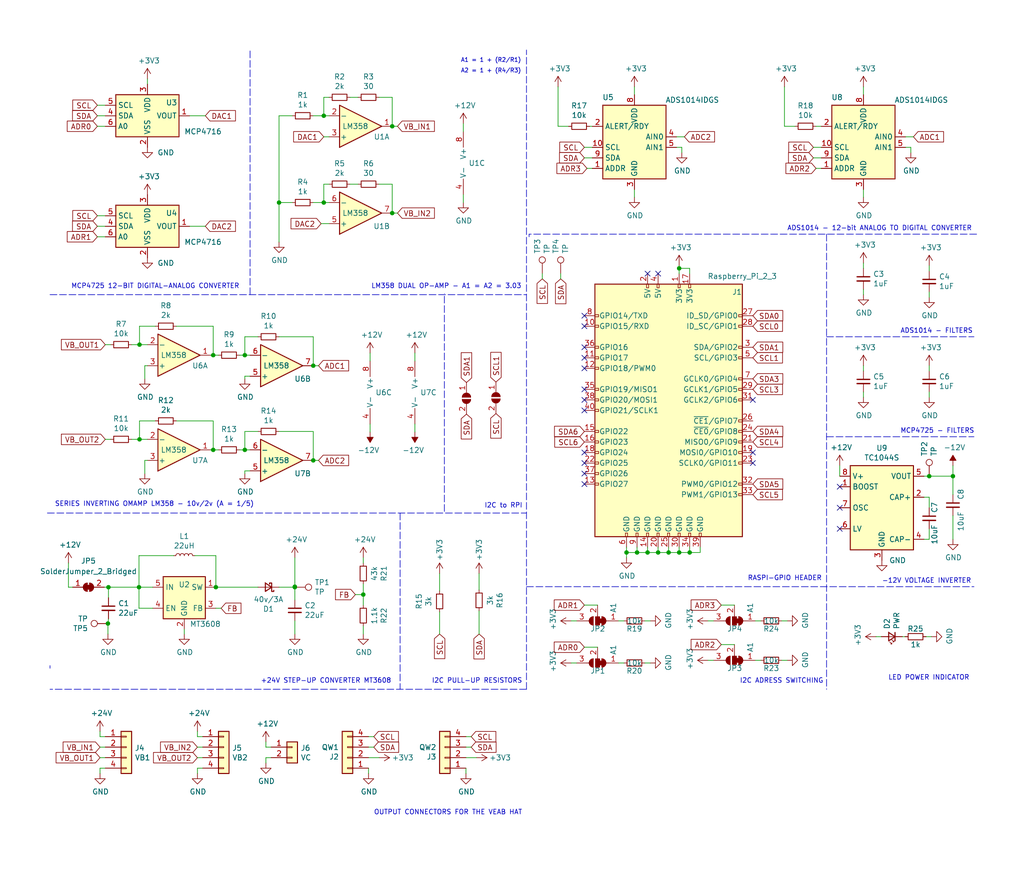
<source format=kicad_sch>
(kicad_sch (version 20211123) (generator eeschema)
  (paper "User" 247.015 210.007)
  (title_block (title "Raspberry Pi Zero - VEAB FESTO CONTROL BOARD"))
  (junction (at 71.12 141.605))
  (junction (at 67.31 48.895))
  (junction (at 94.615 51.435))
  (junction (at 78.105 27.94))
  (junction (at 156.21 133.35))
  (junction (at 153.67 133.35))
  (junction (at 71.12 141.732))
  (junction (at 59.055 108.585))
  (junction (at 51.435 85.725))
  (junction (at 94.615 30.48))
  (junction (at 224.155 114.935))
  (junction (at 158.75 133.35))
  (junction (at 166.37 133.35))
  (junction (at 52.07 141.732))
  (junction (at 26.162 141.732))
  (junction (at 151.13 133.35))
  (junction (at 229.87 114.935))
  (junction (at 161.29 133.35))
  (junction (at 33.528 141.732))
  (junction (at 163.83 64.77))
  (junction (at 33.655 83.185))
  (junction (at 163.83 133.35))
  (junction (at 51.435 108.585))
  (junction (at 75.565 111.125))
  (junction (at 75.565 88.265))
  (junction (at 59.055 85.725))
  (junction (at 78.105 48.895))
  (junction (at 33.655 106.045))
  (junction (at 87.63 143.51))
  (junction (at 26.035 150.495))
  (no_connect (at 140.97 93.98))
  (no_connect (at 140.97 76.2))
  (no_connect (at 140.97 86.36))
  (no_connect (at 202.565 117.475))
  (no_connect (at 140.97 114.3))
  (no_connect (at 181.61 96.52))
  (no_connect (at 156.21 66.04))
  (no_connect (at 202.565 127.635))
  (no_connect (at 140.97 111.76))
  (no_connect (at 202.565 122.555))
  (no_connect (at 140.97 96.52))
  (no_connect (at 140.97 116.84))
  (no_connect (at 140.97 78.74))
  (no_connect (at 158.75 66.04))
  (no_connect (at 181.61 109.22))
  (no_connect (at 140.97 83.82))
  (no_connect (at 140.97 88.9))
  (no_connect (at 140.97 99.06))
  (no_connect (at 140.97 109.22))
  (no_connect (at 181.61 111.76))
  (wire (pts (xy 161.29 133.35) (xy 163.83 133.35)))
  (wire (pts (xy 88.9 177.8) (xy 90.17 177.8)))
  (polyline (pts (xy 60.325 71.12) (xy 60.325 12.065)))
  (wire (pts (xy 141.605 40.64) (xy 142.875 40.64)))
  (wire (pts (xy 50.8 108.585) (xy 51.435 108.585)))
  (wire (pts (xy 222.885 120.015) (xy 224.155 120.015)))
  (wire (pts (xy 48.895 177.8) (xy 47.625 177.8)))
  (polyline (pts (xy 11.43 123.825) (xy 127 123.825)))
  (wire (pts (xy 78.105 48.895) (xy 79.375 48.895)))
  (wire (pts (xy 151.13 133.35) (xy 151.13 134.62)))
  (wire (pts (xy 112.395 177.8) (xy 113.665 177.8)))
  (wire (pts (xy 67.31 27.94) (xy 67.31 48.895)))
  (wire (pts (xy 23.495 27.94) (xy 25.4 27.94)))
  (wire (pts (xy 94.615 44.45) (xy 94.615 51.435)))
  (wire (pts (xy 59.055 90.805) (xy 59.055 91.44)))
  (wire (pts (xy 31.75 106.045) (xy 33.655 106.045)))
  (wire (pts (xy 150.495 149.86) (xy 149.225 149.86)))
  (wire (pts (xy 220.345 33.02) (xy 218.44 33.02)))
  (wire (pts (xy 33.528 141.732) (xy 33.528 134.112)))
  (wire (pts (xy 163.195 35.56) (xy 164.465 35.56)))
  (wire (pts (xy 111.76 48.895) (xy 111.76 46.99)))
  (wire (pts (xy 151.13 132.08) (xy 151.13 133.35)))
  (polyline (pts (xy 199.39 56.515) (xy 199.39 166.37)))
  (wire (pts (xy 202.565 114.935) (xy 202.565 112.395)))
  (wire (pts (xy 47.625 182.88) (xy 48.895 182.88)))
  (wire (pts (xy 208.28 63.5) (xy 208.28 64.77)))
  (wire (pts (xy 189.23 30.48) (xy 189.23 20.955)))
  (wire (pts (xy 166.37 133.35) (xy 166.37 132.08)))
  (wire (pts (xy 75.565 48.895) (xy 78.105 48.895)))
  (wire (pts (xy 140.97 38.1) (xy 142.875 38.1)))
  (wire (pts (xy 111.76 29.845) (xy 111.76 31.75)))
  (wire (pts (xy 163.83 64.77) (xy 163.83 66.04)))
  (wire (pts (xy 64.135 180.34) (xy 64.135 179.07)))
  (wire (pts (xy 59.055 113.665) (xy 59.055 114.3)))
  (wire (pts (xy 57.785 108.585) (xy 59.055 108.585)))
  (wire (pts (xy 78.105 23.495) (xy 79.375 23.495)))
  (wire (pts (xy 51.435 108.585) (xy 52.705 108.585)))
  (wire (pts (xy 140.97 156.21) (xy 144.145 156.21)))
  (wire (pts (xy 24.13 177.8) (xy 24.13 176.53)))
  (wire (pts (xy 137.795 160.02) (xy 139.065 160.02)))
  (wire (pts (xy 59.055 108.585) (xy 60.325 108.585)))
  (wire (pts (xy 164.465 35.56) (xy 164.465 36.83)))
  (polyline (pts (xy 127 166.37) (xy 127 12.065)))
  (wire (pts (xy 23.495 52.07) (xy 25.4 52.07)))
  (wire (pts (xy 23.495 54.61) (xy 25.4 54.61)))
  (wire (pts (xy 42.545 78.74) (xy 51.435 78.74)))
  (wire (pts (xy 67.31 104.14) (xy 75.565 104.14)))
  (wire (pts (xy 33.528 146.812) (xy 33.528 141.732)))
  (wire (pts (xy 52.07 141.732) (xy 52.07 134.112)))
  (wire (pts (xy 153.67 133.35) (xy 156.21 133.35)))
  (polyline (pts (xy 199.39 81.28) (xy 234.95 81.28)))
  (wire (pts (xy 76.835 88.265) (xy 75.565 88.265)))
  (wire (pts (xy 166.37 64.77) (xy 163.83 64.77)))
  (wire (pts (xy 78.105 44.45) (xy 79.375 44.45)))
  (wire (pts (xy 153.67 133.35) (xy 151.13 133.35)))
  (polyline (pts (xy 127.635 56.515) (xy 127.635 57.15)))
  (wire (pts (xy 25.4 83.185) (xy 26.67 83.185)))
  (polyline (pts (xy 12.065 160.655) (xy 12.065 161.29)))
  (wire (pts (xy 158.75 133.35) (xy 158.75 132.08)))
  (wire (pts (xy 49.53 54.61) (xy 45.72 54.61)))
  (wire (pts (xy 224.155 130.175) (xy 224.155 127.635)))
  (wire (pts (xy 155.575 160.02) (xy 156.845 160.02)))
  (wire (pts (xy 158.75 133.35) (xy 161.29 133.35)))
  (wire (pts (xy 67.31 27.94) (xy 70.485 27.94)))
  (wire (pts (xy 78.105 23.495) (xy 78.105 27.94)))
  (wire (pts (xy 196.215 38.1) (xy 198.12 38.1)))
  (wire (pts (xy 208.28 69.85) (xy 208.28 71.12)))
  (wire (pts (xy 67.31 58.42) (xy 67.31 48.895)))
  (wire (pts (xy 217.678 153.67) (xy 218.313 153.67)))
  (wire (pts (xy 71.12 144.78) (xy 71.12 141.732)))
  (wire (pts (xy 57.785 85.725) (xy 59.055 85.725)))
  (wire (pts (xy 62.23 141.732) (xy 52.07 141.732)))
  (wire (pts (xy 208.28 47.625) (xy 208.28 45.72)))
  (wire (pts (xy 218.44 35.56) (xy 219.71 35.56)))
  (wire (pts (xy 87.63 153.035) (xy 87.63 151.13)))
  (wire (pts (xy 70.485 48.895) (xy 67.31 48.895)))
  (wire (pts (xy 24.13 182.88) (xy 25.4 182.88)))
  (wire (pts (xy 35.56 19.05) (xy 35.56 20.32)))
  (wire (pts (xy 106.045 153.035) (xy 106.045 147.701)))
  (wire (pts (xy 115.57 153.035) (xy 115.57 147.447)))
  (wire (pts (xy 34.925 88.265) (xy 35.56 88.265)))
  (wire (pts (xy 49.53 27.94) (xy 45.72 27.94)))
  (wire (pts (xy 44.45 151.892) (xy 44.45 153.035)))
  (wire (pts (xy 26.162 141.732) (xy 26.162 144.272)))
  (wire (pts (xy 87.63 143.51) (xy 87.63 140.97)))
  (wire (pts (xy 153.67 132.08) (xy 153.67 133.35)))
  (wire (pts (xy 89.281 104.267) (xy 89.281 102.362)))
  (wire (pts (xy 26.035 150.495) (xy 26.162 149.352)))
  (wire (pts (xy 33.528 141.732) (xy 36.83 141.732)))
  (wire (pts (xy 17.526 141.732) (xy 16.51 141.732)))
  (wire (pts (xy 25.4 185.42) (xy 24.13 185.42)))
  (polyline (pts (xy 235.585 56.515) (xy 127.635 56.515)))
  (wire (pts (xy 24.13 185.42) (xy 24.13 186.69)))
  (wire (pts (xy 37.465 78.74) (xy 33.655 78.74)))
  (wire (pts (xy 208.28 94.615) (xy 208.28 95.885)))
  (wire (pts (xy 112.395 185.42) (xy 112.395 186.69)))
  (polyline (pts (xy 96.52 123.825) (xy 96.52 166.37)))
  (wire (pts (xy 65.405 182.88) (xy 64.135 182.88)))
  (wire (pts (xy 224.155 120.015) (xy 224.155 122.555)))
  (wire (pts (xy 64.135 182.88) (xy 64.135 184.15)))
  (wire (pts (xy 156.21 133.35) (xy 156.21 132.08)))
  (polyline (pts (xy 127 166.37) (xy 12.065 166.37)))
  (wire (pts (xy 183.515 149.86) (xy 182.245 149.86)))
  (wire (pts (xy 78.105 27.94) (xy 79.375 27.94)))
  (wire (pts (xy 163.83 133.35) (xy 166.37 133.35)))
  (wire (pts (xy 59.055 104.14) (xy 59.055 108.585)))
  (wire (pts (xy 91.44 182.88) (xy 88.9 182.88)))
  (wire (pts (xy 168.91 133.35) (xy 168.91 132.08)))
  (wire (pts (xy 26.162 141.732) (xy 33.528 141.732)))
  (wire (pts (xy 91.44 23.495) (xy 94.615 23.495)))
  (wire (pts (xy 33.655 83.185) (xy 35.56 83.185)))
  (polyline (pts (xy 107.188 123.444) (xy 107.188 70.866)))
  (polyline (pts (xy 127 141.605) (xy 234.95 141.605)))
  (wire (pts (xy 42.545 101.6) (xy 51.435 101.6)))
  (wire (pts (xy 170.815 159.385) (xy 172.085 159.385)))
  (wire (pts (xy 229.87 114.935) (xy 229.87 112.395)))
  (wire (pts (xy 31.75 83.185) (xy 33.655 83.185)))
  (wire (pts (xy 59.055 85.725) (xy 60.325 85.725)))
  (wire (pts (xy 188.595 159.385) (xy 189.865 159.385)))
  (wire (pts (xy 52.07 134.112) (xy 46.99 134.112)))
  (wire (pts (xy 51.435 101.6) (xy 51.435 108.585)))
  (wire (pts (xy 100.076 104.267) (xy 100.076 102.362)))
  (wire (pts (xy 196.85 40.64) (xy 198.12 40.64)))
  (wire (pts (xy 219.71 35.56) (xy 219.71 36.83)))
  (polyline (pts (xy 12.065 71.12) (xy 127 71.12)))
  (wire (pts (xy 50.8 85.725) (xy 51.435 85.725)))
  (wire (pts (xy 25.4 106.045) (xy 26.67 106.045)))
  (wire (pts (xy 170.815 149.86) (xy 172.085 149.86)))
  (wire (pts (xy 222.885 130.175) (xy 224.155 130.175)))
  (polyline (pts (xy 199.39 105.41) (xy 234.95 105.41)))
  (wire (pts (xy 59.055 81.28) (xy 59.055 85.725)))
  (wire (pts (xy 196.85 30.48) (xy 198.12 30.48)))
  (wire (pts (xy 33.528 134.112) (xy 41.91 134.112)))
  (wire (pts (xy 153.035 20.955) (xy 153.035 22.86)))
  (wire (pts (xy 75.565 104.14) (xy 75.565 111.125)))
  (wire (pts (xy 87.63 134.62) (xy 87.63 135.89)))
  (wire (pts (xy 137.795 149.86) (xy 139.065 149.86)))
  (wire (pts (xy 47.625 180.34) (xy 48.895 180.34)))
  (wire (pts (xy 94.615 30.48) (xy 95.885 30.48)))
  (wire (pts (xy 16.51 135.89) (xy 16.51 141.732)))
  (wire (pts (xy 208.28 20.955) (xy 208.28 22.86)))
  (wire (pts (xy 71.12 141.732) (xy 71.12 141.605)))
  (wire (pts (xy 165.1 33.02) (xy 163.195 33.02)))
  (wire (pts (xy 222.885 114.935) (xy 224.155 114.935)))
  (wire (pts (xy 34.925 111.125) (xy 34.925 114.3)))
  (wire (pts (xy 78.105 33.02) (xy 79.375 33.02)))
  (wire (pts (xy 84.455 44.45) (xy 86.36 44.45)))
  (wire (pts (xy 91.44 44.45) (xy 94.615 44.45)))
  (wire (pts (xy 191.77 30.48) (xy 189.23 30.48)))
  (wire (pts (xy 24.13 180.34) (xy 25.4 180.34)))
  (wire (pts (xy 163.83 133.35) (xy 163.83 132.08)))
  (wire (pts (xy 84.455 23.495) (xy 86.36 23.495)))
  (wire (pts (xy 211.328 153.67) (xy 212.598 153.67)))
  (wire (pts (xy 196.215 35.56) (xy 198.12 35.56)))
  (wire (pts (xy 62.23 81.28) (xy 59.055 81.28)))
  (wire (pts (xy 155.575 149.86) (xy 156.845 149.86)))
  (wire (pts (xy 85.725 143.51) (xy 87.63 143.51)))
  (wire (pts (xy 229.87 124.46) (xy 229.87 130.175)))
  (wire (pts (xy 134.62 30.48) (xy 134.62 20.955)))
  (wire (pts (xy 67.31 81.28) (xy 75.565 81.28)))
  (wire (pts (xy 25.4 177.8) (xy 24.13 177.8)))
  (wire (pts (xy 223.393 153.67) (xy 224.663 153.67)))
  (wire (pts (xy 173.99 155.575) (xy 177.165 155.575)))
  (wire (pts (xy 47.625 185.42) (xy 47.625 186.69)))
  (wire (pts (xy 75.565 81.28) (xy 75.565 88.265)))
  (wire (pts (xy 224.155 94.615) (xy 224.155 95.885)))
  (wire (pts (xy 51.435 78.74) (xy 51.435 85.725)))
  (wire (pts (xy 94.615 23.495) (xy 94.615 30.48)))
  (wire (pts (xy 76.835 111.125) (xy 75.565 111.125)))
  (wire (pts (xy 224.155 88.265) (xy 224.155 89.535)))
  (wire (pts (xy 25.146 141.732) (xy 26.162 141.732)))
  (wire (pts (xy 62.23 104.14) (xy 59.055 104.14)))
  (wire (pts (xy 183.515 159.385) (xy 182.245 159.385)))
  (wire (pts (xy 65.405 180.34) (xy 64.135 180.34)))
  (wire (pts (xy 37.465 101.6) (xy 33.655 101.6)))
  (wire (pts (xy 88.9 185.42) (xy 88.9 186.69)))
  (wire (pts (xy 113.665 180.34) (xy 112.395 180.34)))
  (wire (pts (xy 114.935 182.88) (xy 112.395 182.88)))
  (wire (pts (xy 33.655 101.6) (xy 33.655 106.045)))
  (wire (pts (xy 224.155 70.485) (xy 224.155 71.755)))
  (wire (pts (xy 26.035 153.035) (xy 26.035 150.495)))
  (wire (pts (xy 71.12 141.605) (xy 71.12 134.62)))
  (wire (pts (xy 188.595 149.86) (xy 189.865 149.86)))
  (wire (pts (xy 71.12 153.035) (xy 71.12 149.86)))
  (wire (pts (xy 224.155 114.935) (xy 229.87 114.935)))
  (wire (pts (xy 47.625 177.8) (xy 47.625 176.53)))
  (wire (pts (xy 166.37 66.04) (xy 166.37 64.77)))
  (wire (pts (xy 33.655 106.045) (xy 35.56 106.045)))
  (wire (pts (xy 137.16 30.48) (xy 134.62 30.48)))
  (wire (pts (xy 140.97 146.05) (xy 144.145 146.05)))
  (wire (pts (xy 23.495 57.15) (xy 25.4 57.15)))
  (wire (pts (xy 77.47 53.975) (xy 79.375 53.975)))
  (wire (pts (xy 150.495 160.02) (xy 149.225 160.02)))
  (wire (pts (xy 224.155 64.135) (xy 224.155 65.405)))
  (wire (pts (xy 90.17 180.34) (xy 88.9 180.34)))
  (wire (pts (xy 89.281 85.217) (xy 89.281 87.122)))
  (wire (pts (xy 67.31 141.732) (xy 71.12 141.732)))
  (wire (pts (xy 153.035 47.625) (xy 153.035 45.72)))
  (wire (pts (xy 75.565 27.94) (xy 78.105 27.94)))
  (wire (pts (xy 130.81 67.31) (xy 130.81 66.04)))
  (wire (pts (xy 60.325 113.665) (xy 59.055 113.665)))
  (wire (pts (xy 51.435 85.725) (xy 52.705 85.725)))
  (wire (pts (xy 106.045 138.43) (xy 106.045 142.621)))
  (wire (pts (xy 34.925 111.125) (xy 35.56 111.125)))
  (wire (pts (xy 208.28 88.265) (xy 208.28 89.535)))
  (wire (pts (xy 23.495 30.48) (xy 25.4 30.48)))
  (wire (pts (xy 34.925 88.265) (xy 34.925 91.44)))
  (wire (pts (xy 60.325 90.805) (xy 59.055 90.805)))
  (wire (pts (xy 163.83 64.135) (xy 163.83 64.77)))
  (wire (pts (xy 78.105 44.45) (xy 78.105 48.895)))
  (wire (pts (xy 156.21 133.35) (xy 158.75 133.35)))
  (wire (pts (xy 36.83 146.812) (xy 33.528 146.812)))
  (wire (pts (xy 115.57 138.43) (xy 115.57 142.367)))
  (wire (pts (xy 142.24 30.48) (xy 142.875 30.48)))
  (wire (pts (xy 87.63 143.51) (xy 87.63 146.05)))
  (wire (pts (xy 95.885 51.435) (xy 94.615 51.435)))
  (wire (pts (xy 33.655 78.74) (xy 33.655 83.185)))
  (wire (pts (xy 135.255 67.31) (xy 135.255 66.04)))
  (wire (pts (xy 23.495 25.4) (xy 25.4 25.4)))
  (wire (pts (xy 52.07 146.812) (xy 53.34 146.812)))
  (wire (pts (xy 48.895 185.42) (xy 47.625 185.42)))
  (wire (pts (xy 161.29 133.35) (xy 161.29 132.08)))
  (wire (pts (xy 173.99 146.05) (xy 177.165 146.05)))
  (wire (pts (xy 140.97 35.56) (xy 142.875 35.56)))
  (wire (pts (xy 229.87 114.935) (xy 229.87 119.38)))
  (wire (pts (xy 166.37 133.35) (xy 168.91 133.35)))
  (wire (pts (xy 100.076 85.217) (xy 100.076 87.122)))
  (text "ADS1014 - FILTERS" (at 217.17 80.645 0) (effects (font (size 1.143 1.143)) (justify left bottom)))
  (text "LM358 DUAL OP-AMP - A1 = A2 = 3.03" (at 89.535 69.85 0) (effects (font (size 1.143 1.143)) (justify left bottom)))
  (text "A2 = 1 + (R4/R3)" (at 111.125 17.78 0) (effects (font (size 0.9906 0.9906)) (justify left bottom)))
  (text "LED POWER INDICATOR" (at 214.249 164.338 0) (effects (font (size 1.143 1.143)) (justify left bottom)))
  (text "-12V VOLTAGE INVERTER" (at 212.725 140.97 0) (effects (font (size 1.143 1.143)) (justify left bottom)))
  (text "MCP4725 12-BIT DIGITAL-ANALOG CONVERTER" (at 17.145 69.85 0) (effects (font (size 1.143 1.143)) (justify left bottom)))
  (text "MCP4725 - FILTERS" (at 217.17 104.775 0) (effects (font (size 1.143 1.143)) (justify left bottom)))
  (text "OUTPUT CONNECTORS FOR THE VEAB HAT" (at 90.17 196.85 0) (effects (font (size 1.143 1.143)) (justify left bottom)))
  (text "RASPI-GPIO HEADER" (at 180.34 140.335 0) (effects (font (size 1.143 1.143)) (justify left bottom)))
  (text "I2C PULL-UP RESISTORS" (at 104.14 165.1 0) (effects (font (size 1.143 1.143)) (justify left bottom)))
  (text "+24V STEP-UP CONVERTER MT3608" (at 62.865 165.1 0) (effects (font (size 1.143 1.143)) (justify left bottom)))
  (text "ADS1014 - 12-bit ANALOG TO DIGITAL CONVERTER" (at 189.865 55.88 0) (effects (font (size 1.143 1.143)) (justify left bottom)))
  (text "SERIES INVERTING OMAMP LM358 - 10v/2v (A = 1/5)" (at 13.208 122.428 0) (effects (font (size 1.143 1.143)) (justify left bottom)))
  (text "I2C ADRESS SWITCHING" (at 178.435 165.1 0) (effects (font (size 1.143 1.143)) (justify left bottom)))
  (text "I2C to RPI" (at 116.84 122.809 0) (effects (font (size 1.143 1.143)) (justify left bottom)))
  (text "A1 = 1 + (R2/R1)" (at 111.125 15.24 0) (effects (font (size 0.9906 0.9906)) (justify left bottom)))
  (global_label "ADC1" (shape input) (at 220.345 33.02 0) (property "Intersheet References" "${INTERSHEET_REFS}" (effects hide)))
  (global_label "SCL" (shape input) (at 106.045 153.035 270) (property "Intersheet References" "${INTERSHEET_REFS}" (effects hide)))
  (global_label "DAC1" (shape input) (at 49.53 27.94 0) (property "Intersheet References" "${INTERSHEET_REFS}" (effects hide)))
  (global_label "SDA5" (shape input) (at 181.61 116.84 0) (property "Intersheet References" "${INTERSHEET_REFS}" (effects hide)))
  (global_label "SCL" (shape input) (at 119.634 99.822 270) (property "Intersheet References" "${INTERSHEET_REFS}" (effects hide)))
  (global_label "VB_IN1" (shape input) (at 24.13 180.34 180) (property "Intersheet References" "${INTERSHEET_REFS}" (effects hide)))
  (global_label "SDA1" (shape input) (at 181.61 83.82 0) (property "Intersheet References" "${INTERSHEET_REFS}" (effects hide)))
  (global_label "FB" (shape input) (at 85.725 143.51 180) (property "Intersheet References" "${INTERSHEET_REFS}" (effects hide)))
  (global_label "SDA" (shape input) (at 23.495 27.94 180) (property "Intersheet References" "${INTERSHEET_REFS}" (effects hide)))
  (global_label "SDA6" (shape input) (at 140.97 104.14 180) (property "Intersheet References" "${INTERSHEET_REFS}" (effects hide)))
  (global_label "SCL" (shape input) (at 196.215 35.56 180) (property "Intersheet References" "${INTERSHEET_REFS}" (effects hide)))
  (global_label "SCL" (shape input) (at 130.81 67.31 270) (property "Intersheet References" "${INTERSHEET_REFS}" (effects hide)))
  (global_label "ADC2" (shape input) (at 76.835 111.125 0) (property "Intersheet References" "${INTERSHEET_REFS}" (effects hide)))
  (global_label "VB_OUT1" (shape input) (at 24.13 182.88 180) (property "Intersheet References" "${INTERSHEET_REFS}" (effects hide)))
  (global_label "SDA" (shape input) (at 113.665 180.34 0) (property "Intersheet References" "${INTERSHEET_REFS}" (effects hide)))
  (global_label "VB_OUT2" (shape input) (at 25.4 106.045 180) (property "Intersheet References" "${INTERSHEET_REFS}" (effects hide)))
  (global_label "SCL" (shape input) (at 23.495 52.07 180) (property "Intersheet References" "${INTERSHEET_REFS}" (effects hide)))
  (global_label "SDA" (shape input) (at 90.17 180.34 0) (property "Intersheet References" "${INTERSHEET_REFS}" (effects hide)))
  (global_label "ADC1" (shape input) (at 76.835 88.265 0) (property "Intersheet References" "${INTERSHEET_REFS}" (effects hide)))
  (global_label "ADR1" (shape input) (at 140.97 146.05 180) (property "Intersheet References" "${INTERSHEET_REFS}" (effects hide)))
  (global_label "SCL" (shape input) (at 113.665 177.8 0) (property "Intersheet References" "${INTERSHEET_REFS}" (effects hide)))
  (global_label "VB_OUT2" (shape input) (at 47.625 182.88 180) (property "Intersheet References" "${INTERSHEET_REFS}" (effects hide)))
  (global_label "SCL1" (shape input) (at 181.61 86.36 0) (property "Intersheet References" "${INTERSHEET_REFS}" (effects hide)))
  (global_label "SCL" (shape input) (at 90.17 177.8 0) (property "Intersheet References" "${INTERSHEET_REFS}" (effects hide)))
  (global_label "ADR3" (shape input) (at 141.605 40.64 180) (property "Intersheet References" "${INTERSHEET_REFS}" (effects hide)))
  (global_label "DAC2" (shape input) (at 77.47 53.975 180) (property "Intersheet References" "${INTERSHEET_REFS}" (effects hide)))
  (global_label "SCL6" (shape input) (at 140.97 106.68 180) (property "Intersheet References" "${INTERSHEET_REFS}" (effects hide)))
  (global_label "VB_IN2" (shape input) (at 47.625 180.34 180) (property "Intersheet References" "${INTERSHEET_REFS}" (effects hide)))
  (global_label "SCL3" (shape input) (at 181.61 93.98 0) (property "Intersheet References" "${INTERSHEET_REFS}" (effects hide)))
  (global_label "SCL" (shape input) (at 140.97 35.56 180) (property "Intersheet References" "${INTERSHEET_REFS}" (effects hide)))
  (global_label "ADR0" (shape input) (at 23.495 30.48 180) (property "Intersheet References" "${INTERSHEET_REFS}" (effects hide)))
  (global_label "ADC2" (shape input) (at 165.1 33.02 0) (property "Intersheet References" "${INTERSHEET_REFS}" (effects hide)))
  (global_label "SCL1" (shape input) (at 119.634 92.202 90) (property "Intersheet References" "${INTERSHEET_REFS}" (effects hide)))
  (global_label "SDA" (shape input) (at 112.522 99.949 270) (property "Intersheet References" "${INTERSHEET_REFS}" (effects hide)))
  (global_label "SDA3" (shape input) (at 181.61 91.44 0) (property "Intersheet References" "${INTERSHEET_REFS}" (effects hide)))
  (global_label "VB_IN2" (shape input) (at 95.885 51.435 0) (property "Intersheet References" "${INTERSHEET_REFS}" (effects hide)))
  (global_label "FB" (shape input) (at 53.34 146.812 0) (property "Intersheet References" "${INTERSHEET_REFS}" (effects hide)))
  (global_label "ADR0" (shape input) (at 140.97 156.21 180) (property "Intersheet References" "${INTERSHEET_REFS}" (effects hide)))
  (global_label "ADR3" (shape input) (at 173.99 146.05 180) (property "Intersheet References" "${INTERSHEET_REFS}" (effects hide)))
  (global_label "SCL4" (shape input) (at 181.61 106.68 0) (property "Intersheet References" "${INTERSHEET_REFS}" (effects hide)))
  (global_label "ADR1" (shape input) (at 23.495 57.15 180) (property "Intersheet References" "${INTERSHEET_REFS}" (effects hide)))
  (global_label "SDA" (shape input) (at 115.57 153.035 270) (property "Intersheet References" "${INTERSHEET_REFS}" (effects hide)))
  (global_label "SDA0" (shape input) (at 181.61 76.2 0) (property "Intersheet References" "${INTERSHEET_REFS}" (effects hide)))
  (global_label "DAC2" (shape input) (at 49.53 54.61 0) (property "Intersheet References" "${INTERSHEET_REFS}" (effects hide)))
  (global_label "VB_OUT1" (shape input) (at 25.4 83.185 180) (property "Intersheet References" "${INTERSHEET_REFS}" (effects hide)))
  (global_label "VB_IN1" (shape input) (at 95.885 30.48 0) (property "Intersheet References" "${INTERSHEET_REFS}" (effects hide)))
  (global_label "SCL5" (shape input) (at 181.61 119.38 0) (property "Intersheet References" "${INTERSHEET_REFS}" (effects hide)))
  (global_label "ADR2" (shape input) (at 196.85 40.64 180) (property "Intersheet References" "${INTERSHEET_REFS}" (effects hide)))
  (global_label "SCL0" (shape input) (at 181.61 78.74 0) (property "Intersheet References" "${INTERSHEET_REFS}" (effects hide)))
  (global_label "SDA" (shape input) (at 135.255 67.31 270) (property "Intersheet References" "${INTERSHEET_REFS}" (effects hide)))
  (global_label "SDA4" (shape input) (at 181.61 104.14 0) (property "Intersheet References" "${INTERSHEET_REFS}" (effects hide)))
  (global_label "SDA1" (shape input) (at 112.522 92.329 90) (property "Intersheet References" "${INTERSHEET_REFS}" (effects hide)))
  (global_label "SDA" (shape input) (at 196.215 38.1 180) (property "Intersheet References" "${INTERSHEET_REFS}" (effects hide)))
  (global_label "ADR2" (shape input) (at 173.99 155.575 180) (property "Intersheet References" "${INTERSHEET_REFS}" (effects hide)))
  (global_label "DAC1" (shape input) (at 78.105 33.02 180) (property "Intersheet References" "${INTERSHEET_REFS}" (effects hide)))
  (global_label "SCL" (shape input) (at 23.495 25.4 180) (property "Intersheet References" "${INTERSHEET_REFS}" (effects hide)))
  (global_label "SDA" (shape input) (at 23.495 54.61 180) (property "Intersheet References" "${INTERSHEET_REFS}" (effects hide)))
  (global_label "SDA" (shape input) (at 140.97 38.1 180) (property "Intersheet References" "${INTERSHEET_REFS}" (effects hide)))
  (symbol (lib_id "Amplifier_Operational:LM358") (at 86.995 30.48 0) (mirror x) (unit 1)
    (property "Reference" "U1" (at 92.075 33.02 0))
    (property "Value" "LM358" (at 85.725 30.48 0))
    (property "Footprint" "Package_SO:SOIC-8-1EP_3.9x4.9mm_P1.27mm_EP2.41x3.3mm" (effects hide))
    (property "Datasheet" "http://www.ti.com/lit/ds/symlink/lm2904-n.pdf" (effects hide))
    (property "LCSC Part #" "C7950" (effects hide))
    (property "LCSC" "C7950" (effects hide))
  )
  (symbol (lib_id "Amplifier_Operational:LM358") (at 86.995 51.435 0) (mirror x) (unit 2)
    (property "Reference" "U1" (at 92.075 54.61 0))
    (property "Value" "LM358" (at 85.725 51.435 0))
    (property "Footprint" "Package_SO:SOIC-8-1EP_3.9x4.9mm_P1.27mm_EP2.41x3.3mm" (effects hide))
    (property "Datasheet" "http://www.ti.com/lit/ds/symlink/lm2904-n.pdf" (effects hide))
    (property "LCSC Part #" "C7950" (effects hide))
    (property "LCSC" "C7950" (effects hide))
  )
  (symbol (lib_id "Amplifier_Operational:LM358") (at 114.3 39.37 0) (unit 3)
    (property "Reference" "U1" (at 113.03 39.37 0) (effects (justify left)))
    (property "Value" "LM358" (effects hide))
    (property "Footprint" "Package_SO:SOIC-8-1EP_3.9x4.9mm_P1.27mm_EP2.41x3.3mm" (effects hide))
    (property "Datasheet" "http://www.ti.com/lit/ds/symlink/lm2904-n.pdf" (effects hide))
    (property "LCSC Part #" "C7950" (effects hide))
    (property "LCSC" "C7950" (effects hide))
  )
  (symbol (lib_id "power:GND") (at 111.76 48.895 0) (unit 1)
    (property "Reference" "#PWR02" (effects hide))
    (property "Value" "GND" (at 111.887 53.2892 0))
  )
  (symbol (lib_id "power:+12V") (at 111.76 29.845 0) (unit 1)
    (property "Reference" "#PWR01" (effects hide))
    (property "Value" "+12V" (at 112.141 25.4508 0))
  )
  (symbol (lib_id "Device:R_Small") (at 73.025 27.94 270) (unit 1)
    (property "Reference" "R1" (at 73.025 22.9616 90))
    (property "Value" "1k" (at 73.025 25.273 90))
    (property "Footprint" "Resistor_SMD:R_0603_1608Metric" (effects hide))
    (property "LCSC Part #" "C21190" (effects hide))
    (property "LCSC" "C21190" (effects hide))
  )
  (symbol (lib_id "Device:R_Small") (at 81.915 23.495 90) (unit 1)
    (property "Reference" "R2" (at 81.915 18.5166 90))
    (property "Value" "2k" (at 81.915 20.828 90))
    (property "Footprint" "Resistor_SMD:R_0603_1608Metric" (effects hide))
    (property "LCSC Part #" "C22975" (effects hide))
    (property "LCSC" "C22975" (effects hide))
  )
  (symbol (lib_id "power:GND") (at 67.31 58.42 0) (unit 1)
    (property "Reference" "#PWR03" (effects hide))
    (property "Value" "GND" (at 67.437 62.8142 0))
  )
  (symbol (lib_id "Device:R_Small") (at 139.7 30.48 270) (unit 1)
    (property "Reference" "R17" (at 139.7 25.5016 90))
    (property "Value" "10k" (at 139.7 27.813 90))
    (property "Footprint" "Resistor_SMD:R_0603_1608Metric" (effects hide))
    (property "LCSC Part #" "C25804" (effects hide))
    (property "LCSC" "C25804" (effects hide))
  )
  (symbol (lib_id "Device:R_Small") (at 29.21 83.185 90) (unit 1)
    (property "Reference" "R7" (at 29.21 78.2066 90))
    (property "Value" "10k" (at 29.21 80.518 90))
    (property "Footprint" "Resistor_SMD:R_0603_1608Metric" (effects hide))
    (property "LCSC Part #" "C4211" (effects hide))
    (property "LCSC" "C4211" (effects hide))
  )
  (symbol (lib_id "Regulator_SwitchedCapacitor:LTC1044") (at 212.725 122.555 0) (unit 1)
    (property "Reference" "U9" (at 212.725 108.1532 0))
    (property "Value" "TC1044S" (at 212.725 110.4646 0))
    (property "Footprint" "Package_SO:SOIC-8_3.9x4.9mm_P1.27mm" (effects hide))
    (property "Datasheet" "https://www.analog.com/media/en/technical-documentation/data-sheets/lt1044.pdf" (effects hide))
    (property "LCSC Part #" "C7881" (effects hide))
    (property "LCSC" "C7881" (effects hide))
  )
  (symbol (lib_id "Device:R_Small") (at 55.245 85.725 270) (unit 1)
    (property "Reference" "R9" (at 55.245 80.7466 90))
    (property "Value" "1k" (at 55.245 83.058 90))
    (property "Footprint" "Resistor_SMD:R_0603_1608Metric" (effects hide))
    (property "LCSC Part #" "C21190" (effects hide))
    (property "LCSC" "C21190" (effects hide))
  )
  (symbol (lib_id "Device:C_Small") (at 224.155 125.095 0) (unit 1)
    (property "Reference" "C7" (at 225.425 123.825 90) (effects (justify left)))
    (property "Value" "10uF" (at 225.425 131.445 90) (effects (justify left)))
    (property "Footprint" "Capacitor_SMD:C_0805_2012Metric" (effects hide))
    (property "LCSC Part #" "C15850" (effects hide))
    (property "LCSC" "C15850" (effects hide))
  )
  (symbol (lib_id "power:GND") (at 189.865 159.385 90) (unit 1)
    (property "Reference" "#PWR025" (effects hide))
    (property "Value" "GND" (at 194.2592 159.258 0))
  )
  (symbol (lib_id "Raspberry-Pi-Zero-W-rescue:SolderJumper_3_Bridged12-Jumper") (at 177.165 159.385 180) (unit 1)
    (property "Reference" "JP3" (at 179.07 161.29 0) (effects (justify left)))
    (property "Value" "A1" (at 180.975 154.94 90) (effects (justify left)))
    (property "Footprint" "Jumper:SolderJumper-3_P1.3mm_Bridged12_Pad1.0x1.5mm" (effects hide))
  )
  (symbol (lib_id "Device:R_Small") (at 186.055 159.385 270) (unit 1)
    (property "Reference" "R23" (at 186.055 161.29 90))
    (property "Value" "10k" (at 186.055 159.385 90))
    (property "Footprint" "Resistor_SMD:R_0603_1608Metric" (effects hide))
    (property "LCSC Part #" "C25804" (effects hide))
    (property "LCSC" "C25804" (effects hide))
  )
  (symbol (lib_id "power:+3.3V") (at 170.815 159.385 90) (unit 1)
    (property "Reference" "#PWR024" (effects hide))
    (property "Value" "+3.3V" (at 166.4208 159.004 0))
  )
  (symbol (lib_id "power:GND") (at 189.865 149.86 90) (unit 1)
    (property "Reference" "#PWR028" (effects hide))
    (property "Value" "GND" (at 194.2592 149.733 0))
  )
  (symbol (lib_id "Raspberry-Pi-Zero-W-rescue:SolderJumper_3_Bridged12-Jumper") (at 177.165 149.86 180) (unit 1)
    (property "Reference" "JP4" (at 179.07 151.765 0) (effects (justify left)))
    (property "Value" "A1" (at 180.975 145.415 90) (effects (justify left)))
    (property "Footprint" "Jumper:SolderJumper-3_P1.3mm_Bridged12_Pad1.0x1.5mm" (effects hide))
  )
  (symbol (lib_id "Device:R_Small") (at 186.055 149.86 270) (unit 1)
    (property "Reference" "R24" (at 186.055 151.765 90))
    (property "Value" "10k" (at 186.055 149.86 90))
    (property "Footprint" "Resistor_SMD:R_0603_1608Metric" (effects hide))
    (property "LCSC Part #" "C25804" (effects hide))
    (property "LCSC" "C25804" (effects hide))
  )
  (symbol (lib_id "power:+3.3V") (at 170.815 149.86 90) (unit 1)
    (property "Reference" "#PWR026" (effects hide))
    (property "Value" "+3.3V" (at 166.4208 149.479 0))
  )
  (symbol (lib_id "power:GND") (at 156.845 160.02 90) (unit 1)
    (property "Reference" "#PWR027" (effects hide))
    (property "Value" "GND" (at 161.2392 159.893 0))
  )
  (symbol (lib_id "Device:R_Small") (at 153.035 160.02 270) (unit 1)
    (property "Reference" "R20" (at 153.035 161.925 90))
    (property "Value" "10k" (at 153.035 160.02 90))
    (property "Footprint" "Resistor_SMD:R_0603_1608Metric" (effects hide))
    (property "LCSC Part #" "C25804" (effects hide))
    (property "LCSC" "C25804" (effects hide))
  )
  (symbol (lib_id "power:GND") (at 59.055 91.44 0) (unit 1)
    (property "Reference" "#PWR014" (effects hide))
    (property "Value" "GND" (at 59.182 95.8342 0))
  )
  (symbol (lib_id "Device:R_Small") (at 64.77 81.28 270) (unit 1)
    (property "Reference" "R10" (at 64.77 76.3016 90))
    (property "Value" "1k" (at 64.77 78.613 90))
    (property "Footprint" "Resistor_SMD:R_0603_1608Metric" (effects hide))
    (property "LCSC Part #" "C21190" (effects hide))
    (property "LCSC" "C21190" (effects hide))
  )
  (symbol (lib_id "Connector:TestPoint") (at 26.035 150.495 90) (unit 1)
    (property "Reference" "TP5" (at 21.2598 151.6634 90) (effects (justify left)))
    (property "Value" "TP" (at 21.2598 149.352 90) (effects (justify left)))
    (property "Footprint" "TestPoint:TestPoint_Pad_D1.0mm" (effects hide))
  )
  (symbol (lib_id "power:GND") (at 212.725 135.255 0) (unit 1)
    (property "Reference" "#PWR0135" (effects hide))
    (property "Value" "GND" (at 216.535 135.255 0))
  )
  (symbol (lib_id "Connector:TestPoint") (at 130.81 66.04 0) (unit 1)
    (property "Reference" "TP3" (at 129.6416 61.2648 90) (effects (justify left)))
    (property "Value" "TP" (at 131.953 61.2648 90) (effects (justify left)))
    (property "Footprint" "TestPoint:TestPoint_Pad_D1.0mm" (effects hide))
  )
  (symbol (lib_id "Analog_ADC:ADS1014IDGS") (at 153.035 35.56 0) (mirror y) (unit 1)
    (property "Reference" "U5" (at 146.685 23.495 0))
    (property "Value" "ADS1014IDGS" (at 167.005 24.13 0))
    (property "Footprint" "Package_SO:TSSOP-10_3x3mm_P0.5mm" (effects hide))
    (property "Datasheet" "http://www.ti.com/lit/ds/symlink/ads1015.pdf" (effects hide))
    (property "LCSC Part #" "C524815" (effects hide))
    (property "LCSC" "C524815" (effects hide))
  )
  (symbol (lib_id "power:+12V") (at 202.565 112.395 0) (unit 1)
    (property "Reference" "#PWR0136" (effects hide))
    (property "Value" "+12V" (at 202.946 108.0008 0))
  )
  (symbol (lib_id "Amplifier_Operational:LM358") (at 91.821 94.742 0) (unit 3)
    (property "Reference" "U6" (at 90.551 94.742 0) (effects (justify left)))
    (property "Value" "LM358" (effects hide))
    (property "Footprint" "Package_SO:SOIC-8-1EP_3.9x4.9mm_P1.27mm_EP2.41x3.3mm" (effects hide))
    (property "Datasheet" "http://www.ti.com/lit/ds/symlink/lm2904-n.pdf" (effects hide))
    (property "LCSC Part #" "C7950" (effects hide))
    (property "LCSC" "C7950" (effects hide))
  )
  (symbol (lib_id "power:+12V") (at 89.281 85.217 0) (unit 1)
    (property "Reference" "#PWR018" (effects hide))
    (property "Value" "+12V" (at 89.662 80.8228 0))
  )
  (symbol (lib_id "Amplifier_Operational:LM358") (at 43.18 85.725 0) (mirror x) (unit 1)
    (property "Reference" "U6" (at 48.26 88.265 0))
    (property "Value" "LM358" (at 41.91 85.725 0))
    (property "Footprint" "Package_SO:SOIC-8-1EP_3.9x4.9mm_P1.27mm_EP2.41x3.3mm" (effects hide))
    (property "Datasheet" "http://www.ti.com/lit/ds/symlink/lm2904-n.pdf" (effects hide))
    (property "LCSC Part #" "C7950" (effects hide))
    (property "LCSC" "C7950" (effects hide))
  )
  (symbol (lib_id "power:GND") (at 34.925 91.44 0) (unit 1)
    (property "Reference" "#PWR012" (effects hide))
    (property "Value" "GND" (at 35.052 95.8342 0))
  )
  (symbol (lib_id "Amplifier_Operational:LM358") (at 67.945 88.265 0) (mirror x) (unit 2)
    (property "Reference" "U6" (at 73.025 91.44 0))
    (property "Value" "LM358" (at 66.675 88.265 0))
    (property "Footprint" "Package_SO:SOIC-8-1EP_3.9x4.9mm_P1.27mm_EP2.41x3.3mm" (effects hide))
    (property "Datasheet" "http://www.ti.com/lit/ds/symlink/lm2904-n.pdf" (effects hide))
    (property "LCSC Part #" "C7950" (effects hide))
    (property "LCSC" "C7950" (effects hide))
  )
  (symbol (lib_id "Device:R_Small") (at 40.005 78.74 90) (unit 1)
    (property "Reference" "R8" (at 40.005 73.7616 90))
    (property "Value" "2k" (at 40.005 76.073 90))
    (property "Footprint" "Resistor_SMD:R_0603_1608Metric" (effects hide))
    (property "LCSC Part #" "C21190" (effects hide))
    (property "LCSC" "C21190" (effects hide))
  )
  (symbol (lib_id "power:GND") (at 35.56 62.23 0) (unit 1)
    (property "Reference" "#PWR09" (effects hide))
    (property "Value" "GND" (at 40.005 63.5 0))
  )
  (symbol (lib_id "power:+3.3V") (at 35.56 46.99 0) (unit 1)
    (property "Reference" "#PWR08" (effects hide))
    (property "Value" "+3.3V" (at 35.941 42.5958 0))
  )
  (symbol (lib_id "Analog_DAC:MCP4725xxx-xCH") (at 35.56 54.61 0) (unit 1)
    (property "Reference" "U4" (at 40.005 51.435 0) (effects (justify left)))
    (property "Value" "MCP4716" (at 44.45 58.42 0) (effects (justify left)))
    (property "Footprint" "Package_TO_SOT_SMD:SOT-23-6" (effects hide))
    (property "Datasheet" "http://ww1.microchip.com/downloads/en/DeviceDoc/22039d.pdf" (effects hide))
    (property "LCSC Part #" "C110057" (effects hide))
    (property "LCSC" "C110057" (effects hide))
  )
  (symbol (lib_id "Device:LED_Small") (at 215.138 153.67 180) (unit 1)
    (property "Reference" "D2" (at 213.9696 151.892 90) (effects (justify right)))
    (property "Value" "PWR" (at 216.281 151.892 90) (effects (justify right)))
    (property "Footprint" "LED_SMD:LED_0603_1608Metric" (effects hide))
    (property "LCSC Part #" "C72038" (effects hide))
    (property "LCSC" "C72038" (effects hide))
  )
  (symbol (lib_id "power:-12V") (at 229.87 112.395 0) (unit 1)
    (property "Reference" "#PWR0137" (effects hide))
    (property "Value" "-12V" (at 230.251 108.0008 0))
  )
  (symbol (lib_id "Analog_DAC:MCP4725xxx-xCH") (at 35.56 27.94 0) (unit 1)
    (property "Reference" "U3" (at 40.005 24.765 0) (effects (justify left)))
    (property "Value" "MCP4716" (at 44.45 31.75 0) (effects (justify left)))
    (property "Footprint" "Package_TO_SOT_SMD:SOT-23-6" (effects hide))
    (property "Datasheet" "http://ww1.microchip.com/downloads/en/DeviceDoc/22039d.pdf" (effects hide))
    (property "LCSC Part #" "C110057" (effects hide))
    (property "LCSC" "C110057" (effects hide))
  )
  (symbol (lib_id "power:+12V") (at 64.135 179.07 0) (unit 1)
    (property "Reference" "#PWR0101" (effects hide))
    (property "Value" "+12V" (at 64.516 174.6758 0))
  )
  (symbol (lib_id "Device:R_Small") (at 220.853 153.67 270) (unit 1)
    (property "Reference" "R25" (at 220.853 151.765 90))
    (property "Value" "1k" (at 220.853 155.575 90))
    (property "Footprint" "Resistor_SMD:R_0603_1608Metric" (effects hide))
    (property "LCSC Part #" "C21190" (effects hide))
    (property "LCSC" "C21190" (effects hide))
  )
  (symbol (lib_id "power:+3.3V") (at 35.56 19.05 0) (unit 1)
    (property "Reference" "#PWR0106" (effects hide))
    (property "Value" "+3.3V" (at 35.941 14.6558 0))
  )
  (symbol (lib_id "power:GND") (at 35.56 35.56 0) (unit 1)
    (property "Reference" "#PWR0105" (effects hide))
    (property "Value" "GND" (at 40.005 36.83 0))
  )
  (symbol (lib_id "Connector:TestPoint") (at 135.255 66.04 0) (unit 1)
    (property "Reference" "TP4" (at 134.0866 61.2648 90) (effects (justify left)))
    (property "Value" "TP" (at 136.398 61.2648 90) (effects (justify left)))
    (property "Footprint" "TestPoint:TestPoint_Pad_D1.0mm" (effects hide))
  )
  (symbol (lib_id "power:GND") (at 224.663 153.67 90) (unit 1)
    (property "Reference" "#PWR0134" (effects hide))
    (property "Value" "GND" (at 229.0572 153.543 0))
  )
  (symbol (lib_id "power:GND") (at 153.035 47.625 0) (unit 1)
    (property "Reference" "#PWR011" (effects hide))
    (property "Value" "GND" (at 153.162 52.0192 0))
  )
  (symbol (lib_id "power:+3.3V") (at 153.035 20.955 0) (unit 1)
    (property "Reference" "#PWR010" (effects hide))
    (property "Value" "+3.3V" (at 153.416 16.5608 0))
  )
  (symbol (lib_id "power:+3.3V") (at 211.328 153.67 90) (unit 1)
    (property "Reference" "#PWR0133" (effects hide))
    (property "Value" "+3.3V" (at 206.9338 153.289 0))
  )
  (symbol (lib_id "power:GND") (at 164.465 36.83 0) (unit 1)
    (property "Reference" "#PWR0103" (effects hide))
    (property "Value" "GND" (at 164.592 41.2242 0))
  )
  (symbol (lib_id "power:GND") (at 219.71 36.83 0) (unit 1)
    (property "Reference" "#PWR0104" (effects hide))
    (property "Value" "GND" (at 219.837 41.2242 0))
  )
  (symbol (lib_id "Device:R_Small") (at 88.9 23.495 90) (unit 1)
    (property "Reference" "R3" (at 88.9 18.5166 90))
    (property "Value" "30" (at 88.9 20.828 90))
    (property "Footprint" "Resistor_SMD:R_0603_1608Metric" (effects hide))
    (property "LCSC Part #" "C23140" (effects hide))
    (property "LCSC" "C23140" (effects hide))
  )
  (symbol (lib_id "power:+3.3V") (at 134.62 20.955 0) (unit 1)
    (property "Reference" "#PWR0107" (effects hide))
    (property "Value" "+3.3V" (at 135.001 16.5608 0))
  )
  (symbol (lib_id "Device:R_Small") (at 81.915 44.45 90) (unit 1)
    (property "Reference" "R5" (at 81.915 39.4716 90))
    (property "Value" "2k" (at 81.915 41.783 90))
    (property "Footprint" "Resistor_SMD:R_0603_1608Metric" (effects hide))
    (property "LCSC Part #" "C22975" (effects hide))
    (property "LCSC" "C22975" (effects hide))
  )
  (symbol (lib_id "Device:R_Small") (at 88.9 44.45 90) (unit 1)
    (property "Reference" "R6" (at 88.9 39.4716 90))
    (property "Value" "30" (at 88.9 41.783 90))
    (property "Footprint" "Resistor_SMD:R_0603_1608Metric" (effects hide))
    (property "LCSC Part #" "C23140" (effects hide))
    (property "LCSC" "C23140" (effects hide))
  )
  (symbol (lib_id "Device:R_Small") (at 194.31 30.48 270) (unit 1)
    (property "Reference" "R18" (at 194.31 25.5016 90))
    (property "Value" "10k" (at 194.31 27.813 90))
    (property "Footprint" "Resistor_SMD:R_0603_1608Metric" (effects hide))
    (property "LCSC Part #" "C25804" (effects hide))
    (property "LCSC" "C25804" (effects hide))
  )
  (symbol (lib_id "power:+3.3V") (at 189.23 20.955 0) (unit 1)
    (property "Reference" "#PWR0108" (effects hide))
    (property "Value" "+3.3V" (at 189.611 16.5608 0))
  )
  (symbol (lib_id "power:+12V") (at 100.076 85.217 0) (unit 1)
    (property "Reference" "#PWR020" (effects hide))
    (property "Value" "+12V" (at 100.457 80.8228 0))
  )
  (symbol (lib_id "Device:R_Small") (at 40.005 101.6 90) (unit 1)
    (property "Reference" "R12" (at 40.005 96.6216 90))
    (property "Value" "2k" (at 40.005 98.933 90))
    (property "Footprint" "Resistor_SMD:R_0603_1608Metric" (effects hide))
    (property "LCSC Part #" "C21190" (effects hide))
    (property "LCSC" "C21190" (effects hide))
  )
  (symbol (lib_id "power:GND") (at 59.055 114.3 0) (unit 1)
    (property "Reference" "#PWR015" (effects hide))
    (property "Value" "GND" (at 59.182 118.6942 0))
  )
  (symbol (lib_id "Amplifier_Operational:LM358") (at 102.616 94.742 0) (unit 3)
    (property "Reference" "U7" (at 101.346 94.742 0) (effects (justify left)))
    (property "Value" "LM358" (effects hide))
    (property "Footprint" "Package_SO:SOIC-8-1EP_3.9x4.9mm_P1.27mm_EP2.41x3.3mm" (effects hide))
    (property "Datasheet" "http://www.ti.com/lit/ds/symlink/lm2904-n.pdf" (effects hide))
    (property "LCSC Part #" "C7950" (effects hide))
    (property "LCSC" "C7950" (effects hide))
  )
  (symbol (lib_id "Amplifier_Operational:LM358") (at 43.18 108.585 0) (mirror x) (unit 1)
    (property "Reference" "U7" (at 48.26 111.125 0))
    (property "Value" "LM358" (at 41.91 108.585 0))
    (property "Footprint" "Package_SO:SOIC-8-1EP_3.9x4.9mm_P1.27mm_EP2.41x3.3mm" (effects hide))
    (property "Datasheet" "http://www.ti.com/lit/ds/symlink/lm2904-n.pdf" (effects hide))
    (property "LCSC Part #" "C7950" (effects hide))
    (property "LCSC" "C7950" (effects hide))
  )
  (symbol (lib_id "power:GND") (at 34.925 114.3 0) (unit 1)
    (property "Reference" "#PWR013" (effects hide))
    (property "Value" "GND" (at 35.052 118.6942 0))
  )
  (symbol (lib_id "Device:R_Small") (at 29.21 106.045 90) (unit 1)
    (property "Reference" "R11" (at 29.21 101.0666 90))
    (property "Value" "10k" (at 29.21 103.378 90))
    (property "Footprint" "Resistor_SMD:R_0603_1608Metric" (effects hide))
    (property "LCSC Part #" "C4211" (effects hide))
    (property "LCSC" "C4211" (effects hide))
  )
  (symbol (lib_id "Device:R_Small") (at 64.77 104.14 270) (unit 1)
    (property "Reference" "R14" (at 64.77 99.1616 90))
    (property "Value" "1k" (at 64.77 101.473 90))
    (property "Footprint" "Resistor_SMD:R_0603_1608Metric" (effects hide))
    (property "LCSC Part #" "C21190" (effects hide))
    (property "LCSC" "C21190" (effects hide))
  )
  (symbol (lib_id "Device:R_Small") (at 55.245 108.585 270) (unit 1)
    (property "Reference" "R13" (at 55.245 103.6066 90))
    (property "Value" "1k" (at 55.245 105.918 90))
    (property "Footprint" "Resistor_SMD:R_0603_1608Metric" (effects hide))
    (property "LCSC Part #" "C21190" (effects hide))
    (property "LCSC" "C21190" (effects hide))
  )
  (symbol (lib_id "Amplifier_Operational:LM358") (at 67.945 111.125 0) (mirror x) (unit 2)
    (property "Reference" "U7" (at 73.025 114.3 0))
    (property "Value" "LM358" (at 66.675 111.125 0))
    (property "Footprint" "Package_SO:SOIC-8-1EP_3.9x4.9mm_P1.27mm_EP2.41x3.3mm" (effects hide))
    (property "Datasheet" "http://www.ti.com/lit/ds/symlink/lm2904-n.pdf" (effects hide))
    (property "LCSC Part #" "C7950" (effects hide))
    (property "LCSC" "C7950" (effects hide))
  )
  (symbol (lib_id "Device:R_Small") (at 73.025 48.895 270) (unit 1)
    (property "Reference" "R4" (at 73.025 43.9166 90))
    (property "Value" "1k" (at 73.025 46.228 90))
    (property "Footprint" "Resistor_SMD:R_0603_1608Metric" (effects hide))
    (property "LCSC Part #" "C21190" (effects hide))
    (property "LCSC" "C21190" (effects hide))
  )
  (symbol (lib_id "Device:C_Small") (at 229.87 121.92 0) (unit 1)
    (property "Reference" "C8" (at 231.775 120.65 90) (effects (justify left)))
    (property "Value" "10uF" (at 231.775 128.27 90) (effects (justify left)))
    (property "Footprint" "Capacitor_SMD:C_0805_2012Metric" (effects hide))
    (property "LCSC Part #" "C15850" (effects hide))
    (property "LCSC" "C15850" (effects hide))
  )
  (symbol (lib_id "power:GND") (at 229.87 130.175 0) (unit 1)
    (property "Reference" "#PWR0138" (effects hide))
    (property "Value" "GND" (at 229.997 134.5692 0))
  )
  (symbol (lib_id "Analog_ADC:ADS1014IDGS") (at 208.28 35.56 0) (mirror y) (unit 1)
    (property "Reference" "U8" (at 201.93 23.495 0))
    (property "Value" "ADS1014IDGS" (at 222.25 24.13 0))
    (property "Footprint" "Package_SO:TSSOP-10_3x3mm_P0.5mm" (effects hide))
    (property "Datasheet" "http://www.ti.com/lit/ds/symlink/ads1015.pdf" (effects hide))
    (property "LCSC Part #" "C524815" (effects hide))
    (property "LCSC" "C524815" (effects hide))
  )
  (symbol (lib_id "power:GND") (at 208.28 47.625 0) (unit 1)
    (property "Reference" "#PWR017" (effects hide))
    (property "Value" "GND" (at 208.407 52.0192 0))
  )
  (symbol (lib_id "power:+3.3V") (at 208.28 20.955 0) (unit 1)
    (property "Reference" "#PWR016" (effects hide))
    (property "Value" "+3.3V" (at 208.661 16.5608 0))
  )
  (symbol (lib_id "Connector_Generic:Conn_01x04") (at 107.315 182.88 180) (unit 1)
    (property "Reference" "J3" (at 105.283 182.6768 0) (effects (justify left)))
    (property "Value" "QW2" (at 105.283 180.3654 0) (effects (justify left)))
    (property "Footprint" "Connector_JST:JST_SH_SM04B-SRSS-TB_1x04-1MP_P1.00mm_Horizontal" (effects hide))
    (property "LCSC Part #" "C160404" (effects hide))
    (property "LCSC" "C160404" (effects hide))
  )
  (symbol (lib_id "power:GND") (at 112.395 186.69 0) (unit 1)
    (property "Reference" "#PWR05" (effects hide))
    (property "Value" "GND" (at 112.522 191.0842 0))
  )
  (symbol (lib_id "power:+3.3V") (at 114.935 182.88 270) (unit 1)
    (property "Reference" "#PWR07" (effects hide))
    (property "Value" "+3.3V" (at 120.65 182.88 90))
  )
  (symbol (lib_id "Connector_Generic:Conn_01x04") (at 83.82 182.88 180) (unit 1)
    (property "Reference" "J2" (at 81.788 182.6768 0) (effects (justify left)))
    (property "Value" "QW1" (at 81.788 180.3654 0) (effects (justify left)))
    (property "Footprint" "Connector_JST:JST_SH_SM04B-SRSS-TB_1x04-1MP_P1.00mm_Horizontal" (effects hide))
    (property "LCSC Part #" "C160404" (effects hide))
    (property "LCSC" "C160404" (effects hide))
  )
  (symbol (lib_id "power:GND") (at 88.9 186.69 0) (unit 1)
    (property "Reference" "#PWR04" (effects hide))
    (property "Value" "GND" (at 89.027 191.0842 0))
  )
  (symbol (lib_id "power:+3.3V") (at 91.44 182.88 270) (unit 1)
    (property "Reference" "#PWR06" (effects hide))
    (property "Value" "+3.3V" (at 97.155 182.88 90))
  )
  (symbol (lib_id "Raspberry-Pi-Zero-W-rescue:SolderJumper_3_Bridged12-Jumper") (at 144.145 160.02 180) (unit 1)
    (property "Reference" "JP1" (at 146.05 161.925 0) (effects (justify left)))
    (property "Value" "A1" (at 147.955 155.575 90) (effects (justify left)))
    (property "Footprint" "Jumper:SolderJumper-3_P1.3mm_Bridged12_Pad1.0x1.5mm" (effects hide))
  )
  (symbol (lib_id "power:+3.3V") (at 137.795 160.02 90) (unit 1)
    (property "Reference" "#PWR0109" (effects hide))
    (property "Value" "+3.3V" (at 133.4008 159.639 0))
  )
  (symbol (lib_id "Device:R_Small") (at 115.57 144.907 180) (unit 1)
    (property "Reference" "R16" (at 120.5484 144.907 90))
    (property "Value" "3k" (at 118.237 144.907 90))
    (property "Footprint" "Resistor_SMD:R_0603_1608Metric" (effects hide))
    (property "LCSC Part #" "C4211" (effects hide))
    (property "LCSC" "C4211" (effects hide))
  )
  (symbol (lib_id "Device:R_Small") (at 106.045 145.161 0) (unit 1)
    (property "Reference" "R15" (at 101.0666 145.161 90))
    (property "Value" "3k" (at 103.378 145.161 90))
    (property "Footprint" "Resistor_SMD:R_0603_1608Metric" (effects hide))
    (property "LCSC Part #" "C4211" (effects hide))
    (property "LCSC" "C4211" (effects hide))
  )
  (symbol (lib_id "power:+3.3V") (at 106.045 138.43 0) (unit 1)
    (property "Reference" "#PWR022" (effects hide))
    (property "Value" "+3.3V" (at 106.045 132.715 90))
  )
  (symbol (lib_id "power:+3.3V") (at 115.57 138.43 0) (unit 1)
    (property "Reference" "#PWR023" (effects hide))
    (property "Value" "+3.3V" (at 115.57 132.715 90))
  )
  (symbol (lib_id "power:GND") (at 156.845 149.86 90) (unit 1)
    (property "Reference" "#PWR0110" (effects hide))
    (property "Value" "GND" (at 161.2392 149.733 0))
  )
  (symbol (lib_id "Raspberry-Pi-Zero-W-rescue:SolderJumper_3_Bridged12-Jumper") (at 144.145 149.86 180) (unit 1)
    (property "Reference" "JP2" (at 146.05 151.765 0) (effects (justify left)))
    (property "Value" "A1" (at 147.955 145.415 90) (effects (justify left)))
    (property "Footprint" "Jumper:SolderJumper-3_P1.3mm_Bridged12_Pad1.0x1.5mm" (effects hide))
  )
  (symbol (lib_id "Device:R_Small") (at 153.035 149.86 270) (unit 1)
    (property "Reference" "R19" (at 153.035 151.765 90))
    (property "Value" "10k" (at 153.035 149.86 90))
    (property "Footprint" "Resistor_SMD:R_0603_1608Metric" (effects hide))
    (property "LCSC Part #" "C25804" (effects hide))
    (property "LCSC" "C25804" (effects hide))
  )
  (symbol (lib_id "power:+3.3V") (at 137.795 149.86 90) (unit 1)
    (property "Reference" "#PWR0111" (effects hide))
    (property "Value" "+3.3V" (at 133.4008 149.479 0))
  )
  (symbol (lib_id "Connector:TestPoint") (at 224.155 114.935 0) (unit 1)
    (property "Reference" "TP2" (at 222.9866 110.1598 90) (effects (justify left)))
    (property "Value" "TP" (at 225.298 110.1598 90) (effects (justify left)))
    (property "Footprint" "TestPoint:TestPoint_Pad_D1.0mm" (effects hide))
  )
  (symbol (lib_id "Regulator_Switching:MT3608") (at 44.45 144.272 0) (unit 1)
    (property "Reference" "U2" (at 44.45 141.097 0))
    (property "Value" "MT3608" (at 49.53 150.622 0))
    (property "Footprint" "Package_TO_SOT_SMD:SOT-23-6" (effects hide))
    (property "Datasheet" "https://www.olimex.com/Products/Breadboarding/BB-PWR-3608/resources/MT3608.pdf" (effects hide))
    (property "LCSC Part #" "C157668" (effects hide))
    (property "LCSC" "C157668" (effects hide))
  )
  (symbol (lib_id "power:GND") (at 44.45 153.035 0) (unit 1)
    (property "Reference" "#PWR0102" (effects hide))
    (property "Value" "GND" (at 44.577 157.4292 0))
  )
  (symbol (lib_id "Connector:Raspberry_Pi_2_3") (at 161.29 99.06 0) (unit 1)
    (property "Reference" "J1" (at 177.8 70.485 0))
    (property "Value" "Raspberry_Pi_2_3" (at 179.07 66.675 0))
    (property "Footprint" "Connector_PinSocket_2.54mm:PinSocket_2x20_P2.54mm_Vertical" (effects hide))
    (property "Datasheet" "https://www.raspberrypi.org/documentation/hardware/raspberrypi/schematics/rpi_SCH_3bplus_1p0_reduced.pdf" (effects hide))
  )
  (symbol (lib_id "Device:L_Small") (at 44.45 134.112 90) (unit 1)
    (property "Reference" "L1" (at 44.45 129.413 90))
    (property "Value" "22uH" (at 44.45 131.7244 90))
    (property "Footprint" "Inductor_SMD:L_7.3x7.3_H4.5" (effects hide))
    (property "LCSC Part #" "C216197" (effects hide))
    (property "LCSC" "C216197" (effects hide))
  )
  (symbol (lib_id "power:+12V") (at 16.51 135.89 0) (unit 1)
    (property "Reference" "#PWR0112" (effects hide))
    (property "Value" "+12V" (at 16.891 131.4958 0))
  )
  (symbol (lib_id "power:-12V") (at 89.281 104.267 180) (unit 1)
    (property "Reference" "#PWR0139" (effects hide))
    (property "Value" "-12V" (at 88.9 108.6612 0))
  )
  (symbol (lib_id "power:-12V") (at 100.076 104.267 180) (unit 1)
    (property "Reference" "#PWR0140" (effects hide))
    (property "Value" "-12V" (at 99.695 108.6612 0))
  )
  (symbol (lib_id "Device:D_Schottky_Small") (at 64.77 141.732 180) (unit 1)
    (property "Reference" "D1" (at 64.77 146.9898 0))
    (property "Value" "40v/3A" (at 64.77 144.6784 0))
    (property "Footprint" "Diode_SMD:D_SMA" (effects hide))
    (property "LCSC Part #" "C22452" (effects hide))
    (property "LCSC" "C22452" (effects hide))
  )
  (symbol (lib_id "Device:C_Small") (at 26.162 146.812 0) (unit 1)
    (property "Reference" "C1" (at 28.4988 145.6436 0) (effects (justify left)))
    (property "Value" "22uF" (at 28.4988 147.955 0) (effects (justify left)))
    (property "Footprint" "Capacitor_SMD:C_1206_3216Metric" (effects hide))
    (property "LCSC Part #" "C13585" (effects hide))
    (property "LCSC" "C13585" (effects hide))
  )
  (symbol (lib_id "power:GND") (at 26.035 153.035 0) (unit 1)
    (property "Reference" "#PWR0113" (effects hide))
    (property "Value" "GND" (at 26.162 157.4292 0))
  )
  (symbol (lib_id "power:+24V") (at 71.12 134.62 0) (unit 1)
    (property "Reference" "#PWR0114" (effects hide))
    (property "Value" "+24V" (at 71.501 130.2258 0))
  )
  (symbol (lib_id "Device:C_Small") (at 71.12 147.32 0) (unit 1)
    (property "Reference" "C2" (at 73.4568 146.1516 0) (effects (justify left)))
    (property "Value" "22uF" (at 73.4568 148.463 0) (effects (justify left)))
    (property "Footprint" "Capacitor_SMD:C_1206_3216Metric" (effects hide))
    (property "LCSC Part #" "C13585" (effects hide))
    (property "LCSC" "C13585" (effects hide))
  )
  (symbol (lib_id "power:GND") (at 71.12 153.035 0) (unit 1)
    (property "Reference" "#PWR0115" (effects hide))
    (property "Value" "GND" (at 71.247 157.4292 0))
  )
  (symbol (lib_id "Device:R_Small") (at 87.63 148.59 180) (unit 1)
    (property "Reference" "R22" (at 92.6084 148.59 90))
    (property "Value" "1.1k" (at 90.297 148.59 90))
    (property "Footprint" "Resistor_SMD:R_0603_1608Metric" (effects hide))
    (property "LCSC Part #" "C22764" (effects hide))
    (property "LCSC" "C22764" (effects hide))
  )
  (symbol (lib_id "Device:R_Small") (at 87.63 138.43 180) (unit 1)
    (property "Reference" "R21" (at 92.6084 138.43 90))
    (property "Value" "43k" (at 90.297 138.43 90))
    (property "Footprint" "Resistor_SMD:R_0603_1608Metric" (effects hide))
    (property "LCSC Part #" "C23172" (effects hide))
    (property "LCSC" "C23172" (effects hide))
  )
  (symbol (lib_id "power:GND") (at 87.63 153.035 0) (unit 1)
    (property "Reference" "#PWR0117" (effects hide))
    (property "Value" "GND" (at 87.757 157.4292 0))
  )
  (symbol (lib_id "power:+24V") (at 87.63 134.62 0) (unit 1)
    (property "Reference" "#PWR0116" (effects hide))
    (property "Value" "+24V" (at 88.011 130.2258 0))
  )
  (symbol (lib_id "Connector_Generic:Conn_01x04") (at 30.48 180.34 0) (unit 1)
    (property "Reference" "J4" (at 32.512 180.5432 0) (effects (justify left)))
    (property "Value" "VB1" (at 32.512 182.8546 0) (effects (justify left)))
    (property "Footprint" "Connector_JST:JST_EH_B4B-EH-A_1x04_P2.50mm_Vertical" (effects hide))
  )
  (symbol (lib_id "Connector_Generic:Conn_01x04") (at 53.975 180.34 0) (unit 1)
    (property "Reference" "J5" (at 56.007 180.5432 0) (effects (justify left)))
    (property "Value" "VB2" (at 56.007 182.8546 0) (effects (justify left)))
    (property "Footprint" "Connector_JST:JST_EH_B4B-EH-A_1x04_P2.50mm_Vertical" (effects hide))
  )
  (symbol (lib_id "power:+24V") (at 24.13 176.53 0) (unit 1)
    (property "Reference" "#PWR0118" (effects hide))
    (property "Value" "+24V" (at 24.511 172.1358 0))
  )
  (symbol (lib_id "power:+24V") (at 47.625 176.53 0) (unit 1)
    (property "Reference" "#PWR0119" (effects hide))
    (property "Value" "+24V" (at 48.006 172.1358 0))
  )
  (symbol (lib_id "power:GND") (at 24.13 186.69 0) (unit 1)
    (property "Reference" "#PWR0120" (effects hide))
    (property "Value" "GND" (at 24.257 191.0842 0))
  )
  (symbol (lib_id "power:GND") (at 47.625 186.69 0) (unit 1)
    (property "Reference" "#PWR0121" (effects hide))
    (property "Value" "GND" (at 47.752 191.0842 0))
  )
  (symbol (lib_id "power:GND") (at 64.135 184.15 0) (unit 1)
    (property "Reference" "#PWR0122" (effects hide))
    (property "Value" "GND" (at 64.262 188.5442 0))
  )
  (symbol (lib_id "Connector_Generic:Conn_01x02") (at 70.485 180.34 0) (unit 1)
    (property "Reference" "J6" (at 72.517 180.5432 0) (effects (justify left)))
    (property "Value" "VC" (at 72.517 182.8546 0) (effects (justify left)))
    (property "Footprint" "Connector_JST:JST_EH_B2B-EH-A_1x02_P2.50mm_Vertical" (effects hide))
  )
  (symbol (lib_id "Jumper:SolderJumper_2_Open") (at 112.522 96.139 270) (unit 1)
    (property "Reference" "JP8" (effects hide))
    (property "Value" "J1" (effects hide))
    (property "Footprint" "Jumper:SolderJumper-2_P1.3mm_Open_TrianglePad1.0x1.5mm" (effects hide))
  )
  (symbol (lib_id "Jumper:SolderJumper_2_Open") (at 119.634 96.012 270) (unit 1)
    (property "Reference" "JP9" (effects hide))
    (property "Value" "J1" (effects hide))
    (property "Footprint" "Jumper:SolderJumper-2_P1.3mm_Open_TrianglePad1.0x1.5mm" (effects hide))
  )
  (symbol (lib_id "power:GND") (at 151.13 134.62 0) (unit 1)
    (property "Reference" "#PWR0123" (effects hide))
    (property "Value" "GND" (at 151.257 139.0142 0))
  )
  (symbol (lib_id "power:+3.3V") (at 163.83 64.135 0) (unit 1)
    (property "Reference" "#PWR0124" (effects hide))
    (property "Value" "+3.3V" (at 164.211 59.7408 0))
  )
  (symbol (lib_id "Device:C_Small") (at 208.28 67.31 0) (unit 1)
    (property "Reference" "C3" (at 210.6168 66.1416 0) (effects (justify left)))
    (property "Value" "1uF" (at 210.6168 68.453 0) (effects (justify left)))
    (property "Footprint" "Capacitor_SMD:C_0402_1005Metric" (effects hide))
    (property "LCSC Part #" "C52923" (effects hide))
    (property "LCSC" "C52923" (effects hide))
  )
  (symbol (lib_id "power:GND") (at 208.28 71.12 0) (unit 1)
    (property "Reference" "#PWR0125" (effects hide))
    (property "Value" "GND" (at 208.407 75.5142 0))
  )
  (symbol (lib_id "power:+3.3V") (at 208.28 63.5 0) (unit 1)
    (property "Reference" "#PWR0126" (effects hide))
    (property "Value" "+3.3V" (at 208.661 59.1058 0))
  )
  (symbol (lib_id "Device:C_Small") (at 224.155 67.945 0) (unit 1)
    (property "Reference" "C4" (at 226.4918 66.7766 0) (effects (justify left)))
    (property "Value" "1uF" (at 226.4918 69.088 0) (effects (justify left)))
    (property "Footprint" "Capacitor_SMD:C_0402_1005Metric" (effects hide))
    (property "LCSC Part #" "C52923" (effects hide))
    (property "LCSC" "C52923" (effects hide))
  )
  (symbol (lib_id "power:GND") (at 224.155 71.755 0) (unit 1)
    (property "Reference" "#PWR0127" (effects hide))
    (property "Value" "GND" (at 224.282 76.1492 0))
  )
  (symbol (lib_id "power:+3.3V") (at 224.155 64.135 0) (unit 1)
    (property "Reference" "#PWR0128" (effects hide))
    (property "Value" "+3.3V" (at 224.536 59.7408 0))
  )
  (symbol (lib_id "Device:C_Small") (at 208.28 92.075 0) (unit 1)
    (property "Reference" "C5" (at 210.6168 90.9066 0) (effects (justify left)))
    (property "Value" "1uF" (at 210.6168 93.218 0) (effects (justify left)))
    (property "Footprint" "Capacitor_SMD:C_0402_1005Metric" (effects hide))
    (property "LCSC Part #" "C52923" (effects hide))
    (property "LCSC" "C52923" (effects hide))
  )
  (symbol (lib_id "power:GND") (at 208.28 95.885 0) (unit 1)
    (property "Reference" "#PWR0129" (effects hide))
    (property "Value" "GND" (at 208.407 100.2792 0))
  )
  (symbol (lib_id "power:+3.3V") (at 208.28 88.265 0) (unit 1)
    (property "Reference" "#PWR0130" (effects hide))
    (property "Value" "+3.3V" (at 208.661 83.8708 0))
  )
  (symbol (lib_id "Device:C_Small") (at 224.155 92.075 0) (unit 1)
    (property "Reference" "C6" (at 226.4918 90.9066 0) (effects (justify left)))
    (property "Value" "1uF" (at 226.4918 93.218 0) (effects (justify left)))
    (property "Footprint" "Capacitor_SMD:C_0402_1005Metric" (effects hide))
    (property "LCSC Part #" "C52923" (effects hide))
    (property "LCSC" "C52923" (effects hide))
  )
  (symbol (lib_id "power:GND") (at 224.155 95.885 0) (unit 1)
    (property "Reference" "#PWR0131" (effects hide))
    (property "Value" "GND" (at 224.282 100.2792 0))
  )
  (symbol (lib_id "power:+3.3V") (at 224.155 88.265 0) (unit 1)
    (property "Reference" "#PWR0132" (effects hide))
    (property "Value" "+3.3V" (at 224.536 83.8708 0))
  )
  (symbol (lib_id "Connector:TestPoint") (at 71.12 141.732 270) (unit 1)
    (property "Reference" "TP1" (at 75.8952 140.5636 90) (effects (justify left)))
    (property "Value" "TP" (at 75.8952 142.875 90) (effects (justify left)))
    (property "Footprint" "TestPoint:TestPoint_Pad_D1.0mm" (effects hide))
  )
  (symbol (lib_id "Jumper:SolderJumper_2_Bridged") (at 21.336 141.732 0) (unit 1)
    (property "Reference" "JP5" (at 21.336 135.382 0))
    (property "Value" "SolderJumper_2_Bridged" (at 21.336 137.922 0))
    (property "Footprint" "Jumper:SolderJumper-2_P1.3mm_Bridged2Bar_Pad1.0x1.5mm" (effects hide))
  )
)
</source>
